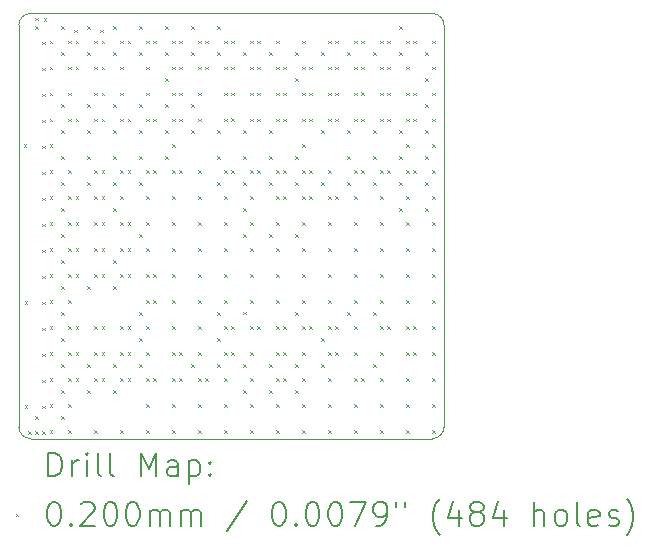
<source format=gbr>
%FSLAX45Y45*%
G04 Gerber Fmt 4.5, Leading zero omitted, Abs format (unit mm)*
G04 Created by KiCad (PCBNEW 5.99.0-unknown-dd5676f4bc~131~ubuntu20.04.1) date 2021-08-08 04:38:11*
%MOMM*%
%LPD*%
G01*
G04 APERTURE LIST*
%TA.AperFunction,Profile*%
%ADD10C,0.050000*%
%TD*%
%ADD11C,0.200000*%
%ADD12C,0.020000*%
G04 APERTURE END LIST*
D10*
X6000000Y-9500000D02*
X6000000Y-6100000D01*
X6100000Y-6000000D02*
G75*
G03*
X6000000Y-6100000I0J-100000D01*
G01*
X6000000Y-9500000D02*
G75*
G03*
X6100000Y-9600000I100000J0D01*
G01*
X9600000Y-9500000D02*
X9600000Y-6100000D01*
X9500000Y-9600000D02*
G75*
G03*
X9600000Y-9500000I0J100000D01*
G01*
X9600000Y-6100000D02*
G75*
G03*
X9500000Y-6000000I-100000J0D01*
G01*
X9500000Y-6000000D02*
X6100000Y-6000000D01*
X6100000Y-9600000D02*
X9500000Y-9600000D01*
D11*
D12*
X6040000Y-7110000D02*
X6060000Y-7130000D01*
X6060000Y-7110000D02*
X6040000Y-7130000D01*
X6049749Y-8437393D02*
X6069749Y-8457393D01*
X6069749Y-8437393D02*
X6049749Y-8457393D01*
X6049749Y-9317393D02*
X6069749Y-9337393D01*
X6069749Y-9317393D02*
X6049749Y-9337393D01*
X6080000Y-9540000D02*
X6100000Y-9560000D01*
X6100000Y-9540000D02*
X6080000Y-9560000D01*
X6140000Y-6040000D02*
X6160000Y-6060000D01*
X6160000Y-6040000D02*
X6140000Y-6060000D01*
X6140000Y-6110000D02*
X6160000Y-6130000D01*
X6160000Y-6110000D02*
X6140000Y-6130000D01*
X6140000Y-9410000D02*
X6160000Y-9430000D01*
X6160000Y-9410000D02*
X6140000Y-9430000D01*
X6140000Y-9540000D02*
X6160000Y-9560000D01*
X6160000Y-9540000D02*
X6140000Y-9560000D01*
X6200000Y-6240000D02*
X6220000Y-6260000D01*
X6220000Y-6240000D02*
X6200000Y-6260000D01*
X6200000Y-6460000D02*
X6220000Y-6480000D01*
X6220000Y-6460000D02*
X6200000Y-6480000D01*
X6200000Y-6680000D02*
X6220000Y-6700000D01*
X6220000Y-6680000D02*
X6200000Y-6700000D01*
X6200000Y-6900000D02*
X6220000Y-6920000D01*
X6220000Y-6900000D02*
X6200000Y-6920000D01*
X6200000Y-7120000D02*
X6220000Y-7140000D01*
X6220000Y-7120000D02*
X6200000Y-7140000D01*
X6200000Y-7340000D02*
X6220000Y-7360000D01*
X6220000Y-7340000D02*
X6200000Y-7360000D01*
X6200000Y-7560000D02*
X6220000Y-7580000D01*
X6220000Y-7560000D02*
X6200000Y-7580000D01*
X6200000Y-7780000D02*
X6220000Y-7800000D01*
X6220000Y-7780000D02*
X6200000Y-7800000D01*
X6200000Y-8000000D02*
X6220000Y-8020000D01*
X6220000Y-8000000D02*
X6200000Y-8020000D01*
X6200000Y-8220000D02*
X6220000Y-8240000D01*
X6220000Y-8220000D02*
X6200000Y-8240000D01*
X6200000Y-8440000D02*
X6220000Y-8460000D01*
X6220000Y-8440000D02*
X6200000Y-8460000D01*
X6200000Y-8660000D02*
X6220000Y-8680000D01*
X6220000Y-8660000D02*
X6200000Y-8680000D01*
X6200000Y-8880000D02*
X6220000Y-8900000D01*
X6220000Y-8880000D02*
X6200000Y-8900000D01*
X6200000Y-9100000D02*
X6220000Y-9120000D01*
X6220000Y-9100000D02*
X6200000Y-9120000D01*
X6200000Y-9320000D02*
X6220000Y-9340000D01*
X6220000Y-9320000D02*
X6200000Y-9340000D01*
X6200000Y-9540000D02*
X6220000Y-9560000D01*
X6220000Y-9540000D02*
X6200000Y-9560000D01*
X6210000Y-6040321D02*
X6230000Y-6060321D01*
X6230000Y-6040321D02*
X6210000Y-6060321D01*
X6260000Y-6230000D02*
X6280000Y-6250000D01*
X6280000Y-6230000D02*
X6260000Y-6250000D01*
X6260000Y-6450000D02*
X6280000Y-6470000D01*
X6280000Y-6450000D02*
X6260000Y-6470000D01*
X6260000Y-6670000D02*
X6280000Y-6690000D01*
X6280000Y-6670000D02*
X6260000Y-6690000D01*
X6260000Y-6890000D02*
X6280000Y-6910000D01*
X6280000Y-6890000D02*
X6260000Y-6910000D01*
X6260000Y-7110000D02*
X6280000Y-7130000D01*
X6280000Y-7110000D02*
X6260000Y-7130000D01*
X6260000Y-7330000D02*
X6280000Y-7350000D01*
X6280000Y-7330000D02*
X6260000Y-7350000D01*
X6260000Y-7550000D02*
X6280000Y-7570000D01*
X6280000Y-7550000D02*
X6260000Y-7570000D01*
X6260000Y-7770000D02*
X6280000Y-7790000D01*
X6280000Y-7770000D02*
X6260000Y-7790000D01*
X6260000Y-7990000D02*
X6280000Y-8010000D01*
X6280000Y-7990000D02*
X6260000Y-8010000D01*
X6260000Y-8210000D02*
X6280000Y-8230000D01*
X6280000Y-8210000D02*
X6260000Y-8230000D01*
X6260000Y-8430000D02*
X6280000Y-8450000D01*
X6280000Y-8430000D02*
X6260000Y-8450000D01*
X6260000Y-8650000D02*
X6280000Y-8670000D01*
X6280000Y-8650000D02*
X6260000Y-8670000D01*
X6260000Y-8870000D02*
X6280000Y-8890000D01*
X6280000Y-8870000D02*
X6260000Y-8890000D01*
X6260000Y-9090000D02*
X6280000Y-9110000D01*
X6280000Y-9090000D02*
X6260000Y-9110000D01*
X6260000Y-9310000D02*
X6280000Y-9330000D01*
X6280000Y-9310000D02*
X6260000Y-9330000D01*
X6260000Y-9530000D02*
X6280000Y-9550000D01*
X6280000Y-9530000D02*
X6260000Y-9550000D01*
X6360000Y-6110000D02*
X6380000Y-6130000D01*
X6380000Y-6110000D02*
X6360000Y-6130000D01*
X6360000Y-6330000D02*
X6380000Y-6350000D01*
X6380000Y-6330000D02*
X6360000Y-6350000D01*
X6360000Y-6770000D02*
X6380000Y-6790000D01*
X6380000Y-6770000D02*
X6360000Y-6790000D01*
X6360000Y-6990000D02*
X6380000Y-7010000D01*
X6380000Y-6990000D02*
X6360000Y-7010000D01*
X6360000Y-7210000D02*
X6380000Y-7230000D01*
X6380000Y-7210000D02*
X6360000Y-7230000D01*
X6360000Y-7430000D02*
X6380000Y-7450000D01*
X6380000Y-7430000D02*
X6360000Y-7450000D01*
X6360000Y-7650000D02*
X6380000Y-7670000D01*
X6380000Y-7650000D02*
X6360000Y-7670000D01*
X6360000Y-7870000D02*
X6380000Y-7890000D01*
X6380000Y-7870000D02*
X6360000Y-7890000D01*
X6360000Y-8090000D02*
X6380000Y-8110000D01*
X6380000Y-8090000D02*
X6360000Y-8110000D01*
X6360000Y-8310000D02*
X6380000Y-8330000D01*
X6380000Y-8310000D02*
X6360000Y-8330000D01*
X6360000Y-8530000D02*
X6380000Y-8550000D01*
X6380000Y-8530000D02*
X6360000Y-8550000D01*
X6360000Y-8750000D02*
X6380000Y-8770000D01*
X6380000Y-8750000D02*
X6360000Y-8770000D01*
X6360000Y-8970000D02*
X6380000Y-8990000D01*
X6380000Y-8970000D02*
X6360000Y-8990000D01*
X6360000Y-9190000D02*
X6380000Y-9210000D01*
X6380000Y-9190000D02*
X6360000Y-9210000D01*
X6360000Y-9410000D02*
X6380000Y-9430000D01*
X6380000Y-9410000D02*
X6360000Y-9430000D01*
X6420000Y-6230000D02*
X6440000Y-6250000D01*
X6440000Y-6230000D02*
X6420000Y-6250000D01*
X6420000Y-6450000D02*
X6440000Y-6470000D01*
X6440000Y-6450000D02*
X6420000Y-6470000D01*
X6420000Y-6670000D02*
X6440000Y-6690000D01*
X6440000Y-6670000D02*
X6420000Y-6690000D01*
X6420000Y-6890000D02*
X6440000Y-6910000D01*
X6440000Y-6890000D02*
X6420000Y-6910000D01*
X6420000Y-7330000D02*
X6440000Y-7350000D01*
X6440000Y-7330000D02*
X6420000Y-7350000D01*
X6420000Y-7550000D02*
X6440000Y-7570000D01*
X6440000Y-7550000D02*
X6420000Y-7570000D01*
X6420000Y-7770000D02*
X6440000Y-7790000D01*
X6440000Y-7770000D02*
X6420000Y-7790000D01*
X6420000Y-7990000D02*
X6440000Y-8010000D01*
X6440000Y-7990000D02*
X6420000Y-8010000D01*
X6420000Y-8210000D02*
X6440000Y-8230000D01*
X6440000Y-8210000D02*
X6420000Y-8230000D01*
X6420000Y-8430000D02*
X6440000Y-8450000D01*
X6440000Y-8430000D02*
X6420000Y-8450000D01*
X6420000Y-8650000D02*
X6440000Y-8670000D01*
X6440000Y-8650000D02*
X6420000Y-8670000D01*
X6420000Y-8870000D02*
X6440000Y-8890000D01*
X6440000Y-8870000D02*
X6420000Y-8890000D01*
X6420000Y-9090000D02*
X6440000Y-9110000D01*
X6440000Y-9090000D02*
X6420000Y-9110000D01*
X6420000Y-9310000D02*
X6440000Y-9330000D01*
X6440000Y-9310000D02*
X6420000Y-9330000D01*
X6420000Y-9530000D02*
X6440000Y-9550000D01*
X6440000Y-9530000D02*
X6420000Y-9550000D01*
X6470000Y-6140000D02*
X6490000Y-6160000D01*
X6490000Y-6140000D02*
X6470000Y-6160000D01*
X6480000Y-6230000D02*
X6500000Y-6250000D01*
X6500000Y-6230000D02*
X6480000Y-6250000D01*
X6480000Y-6450000D02*
X6500000Y-6470000D01*
X6500000Y-6450000D02*
X6480000Y-6470000D01*
X6480000Y-6890000D02*
X6500000Y-6910000D01*
X6500000Y-6890000D02*
X6480000Y-6910000D01*
X6480000Y-7550000D02*
X6500000Y-7570000D01*
X6500000Y-7550000D02*
X6480000Y-7570000D01*
X6480000Y-7770000D02*
X6500000Y-7790000D01*
X6500000Y-7770000D02*
X6480000Y-7790000D01*
X6480000Y-7990000D02*
X6500000Y-8010000D01*
X6500000Y-7990000D02*
X6480000Y-8010000D01*
X6480000Y-8210000D02*
X6500000Y-8230000D01*
X6500000Y-8210000D02*
X6480000Y-8230000D01*
X6480000Y-8650000D02*
X6500000Y-8670000D01*
X6500000Y-8650000D02*
X6480000Y-8670000D01*
X6480000Y-8870000D02*
X6500000Y-8890000D01*
X6500000Y-8870000D02*
X6480000Y-8890000D01*
X6480000Y-9090000D02*
X6500000Y-9110000D01*
X6500000Y-9090000D02*
X6480000Y-9110000D01*
X6580000Y-6110000D02*
X6600000Y-6130000D01*
X6600000Y-6110000D02*
X6580000Y-6130000D01*
X6580000Y-6330000D02*
X6600000Y-6350000D01*
X6600000Y-6330000D02*
X6580000Y-6350000D01*
X6580000Y-6770000D02*
X6600000Y-6790000D01*
X6600000Y-6770000D02*
X6580000Y-6790000D01*
X6580000Y-6990000D02*
X6600000Y-7010000D01*
X6600000Y-6990000D02*
X6580000Y-7010000D01*
X6580000Y-7210000D02*
X6600000Y-7230000D01*
X6600000Y-7210000D02*
X6580000Y-7230000D01*
X6580000Y-7430000D02*
X6600000Y-7450000D01*
X6600000Y-7430000D02*
X6580000Y-7450000D01*
X6580000Y-8310000D02*
X6600000Y-8330000D01*
X6600000Y-8310000D02*
X6580000Y-8330000D01*
X6580000Y-8970000D02*
X6600000Y-8990000D01*
X6600000Y-8970000D02*
X6580000Y-8990000D01*
X6580000Y-9190000D02*
X6600000Y-9210000D01*
X6600000Y-9190000D02*
X6580000Y-9210000D01*
X6640000Y-6230000D02*
X6660000Y-6250000D01*
X6660000Y-6230000D02*
X6640000Y-6250000D01*
X6640000Y-6450000D02*
X6660000Y-6470000D01*
X6660000Y-6450000D02*
X6640000Y-6470000D01*
X6640000Y-6670000D02*
X6660000Y-6690000D01*
X6660000Y-6670000D02*
X6640000Y-6690000D01*
X6640000Y-6890000D02*
X6660000Y-6910000D01*
X6660000Y-6890000D02*
X6640000Y-6910000D01*
X6640000Y-7330000D02*
X6660000Y-7350000D01*
X6660000Y-7330000D02*
X6640000Y-7350000D01*
X6640000Y-7550000D02*
X6660000Y-7570000D01*
X6660000Y-7550000D02*
X6640000Y-7570000D01*
X6640000Y-7770000D02*
X6660000Y-7790000D01*
X6660000Y-7770000D02*
X6640000Y-7790000D01*
X6640000Y-7990000D02*
X6660000Y-8010000D01*
X6660000Y-7990000D02*
X6640000Y-8010000D01*
X6640000Y-8210000D02*
X6660000Y-8230000D01*
X6660000Y-8210000D02*
X6640000Y-8230000D01*
X6640000Y-8650000D02*
X6660000Y-8670000D01*
X6660000Y-8650000D02*
X6640000Y-8670000D01*
X6640000Y-8870000D02*
X6660000Y-8890000D01*
X6660000Y-8870000D02*
X6640000Y-8890000D01*
X6640000Y-9090000D02*
X6660000Y-9110000D01*
X6660000Y-9090000D02*
X6640000Y-9110000D01*
X6640000Y-9530000D02*
X6660000Y-9550000D01*
X6660000Y-9530000D02*
X6640000Y-9550000D01*
X6690000Y-6140000D02*
X6710000Y-6160000D01*
X6710000Y-6140000D02*
X6690000Y-6160000D01*
X6700000Y-6230000D02*
X6720000Y-6250000D01*
X6720000Y-6230000D02*
X6700000Y-6250000D01*
X6700000Y-6450000D02*
X6720000Y-6470000D01*
X6720000Y-6450000D02*
X6700000Y-6470000D01*
X6700000Y-6670000D02*
X6720000Y-6690000D01*
X6720000Y-6670000D02*
X6700000Y-6690000D01*
X6700000Y-6890000D02*
X6720000Y-6910000D01*
X6720000Y-6890000D02*
X6700000Y-6910000D01*
X6700000Y-7330000D02*
X6720000Y-7350000D01*
X6720000Y-7330000D02*
X6700000Y-7350000D01*
X6700000Y-7550000D02*
X6720000Y-7570000D01*
X6720000Y-7550000D02*
X6700000Y-7570000D01*
X6700000Y-7770000D02*
X6720000Y-7790000D01*
X6720000Y-7770000D02*
X6700000Y-7790000D01*
X6700000Y-7990000D02*
X6720000Y-8010000D01*
X6720000Y-7990000D02*
X6700000Y-8010000D01*
X6700000Y-8210000D02*
X6720000Y-8230000D01*
X6720000Y-8210000D02*
X6700000Y-8230000D01*
X6700000Y-8650000D02*
X6720000Y-8670000D01*
X6720000Y-8650000D02*
X6700000Y-8670000D01*
X6700000Y-8870000D02*
X6720000Y-8890000D01*
X6720000Y-8870000D02*
X6700000Y-8890000D01*
X6700000Y-9090000D02*
X6720000Y-9110000D01*
X6720000Y-9090000D02*
X6700000Y-9110000D01*
X6800000Y-6110000D02*
X6820000Y-6130000D01*
X6820000Y-6110000D02*
X6800000Y-6130000D01*
X6800000Y-6330000D02*
X6820000Y-6350000D01*
X6820000Y-6330000D02*
X6800000Y-6350000D01*
X6800000Y-6769243D02*
X6820000Y-6789243D01*
X6820000Y-6769243D02*
X6800000Y-6789243D01*
X6800000Y-6990000D02*
X6820000Y-7010000D01*
X6820000Y-6990000D02*
X6800000Y-7010000D01*
X6800000Y-7210000D02*
X6820000Y-7230000D01*
X6820000Y-7210000D02*
X6800000Y-7230000D01*
X6800000Y-7430000D02*
X6820000Y-7450000D01*
X6820000Y-7430000D02*
X6800000Y-7450000D01*
X6800000Y-7650000D02*
X6820000Y-7670000D01*
X6820000Y-7650000D02*
X6800000Y-7670000D01*
X6800000Y-8090000D02*
X6820000Y-8110000D01*
X6820000Y-8090000D02*
X6800000Y-8110000D01*
X6800000Y-8310000D02*
X6820000Y-8330000D01*
X6820000Y-8310000D02*
X6800000Y-8330000D01*
X6800000Y-8970000D02*
X6820000Y-8990000D01*
X6820000Y-8970000D02*
X6800000Y-8990000D01*
X6800000Y-9190000D02*
X6820000Y-9210000D01*
X6820000Y-9190000D02*
X6800000Y-9210000D01*
X6860000Y-6230000D02*
X6880000Y-6250000D01*
X6880000Y-6230000D02*
X6860000Y-6250000D01*
X6860000Y-6450000D02*
X6880000Y-6470000D01*
X6880000Y-6450000D02*
X6860000Y-6470000D01*
X6860000Y-6670000D02*
X6880000Y-6690000D01*
X6880000Y-6670000D02*
X6860000Y-6690000D01*
X6860000Y-6890000D02*
X6880000Y-6910000D01*
X6880000Y-6890000D02*
X6860000Y-6910000D01*
X6860000Y-7330000D02*
X6880000Y-7350000D01*
X6880000Y-7330000D02*
X6860000Y-7350000D01*
X6860000Y-7550000D02*
X6880000Y-7570000D01*
X6880000Y-7550000D02*
X6860000Y-7570000D01*
X6860000Y-7770000D02*
X6880000Y-7790000D01*
X6880000Y-7770000D02*
X6860000Y-7790000D01*
X6860000Y-7990000D02*
X6880000Y-8010000D01*
X6880000Y-7990000D02*
X6860000Y-8010000D01*
X6860000Y-8210000D02*
X6880000Y-8230000D01*
X6880000Y-8210000D02*
X6860000Y-8230000D01*
X6860000Y-8650000D02*
X6880000Y-8670000D01*
X6880000Y-8650000D02*
X6860000Y-8670000D01*
X6860000Y-8870000D02*
X6880000Y-8890000D01*
X6880000Y-8870000D02*
X6860000Y-8890000D01*
X6860000Y-9090000D02*
X6880000Y-9110000D01*
X6880000Y-9090000D02*
X6860000Y-9110000D01*
X6860000Y-9530000D02*
X6880000Y-9550000D01*
X6880000Y-9530000D02*
X6860000Y-9550000D01*
X6920000Y-6230000D02*
X6940000Y-6250000D01*
X6940000Y-6230000D02*
X6920000Y-6250000D01*
X6920000Y-6890000D02*
X6940000Y-6910000D01*
X6940000Y-6890000D02*
X6920000Y-6910000D01*
X6920000Y-7330000D02*
X6940000Y-7350000D01*
X6940000Y-7330000D02*
X6920000Y-7350000D01*
X6920000Y-7770000D02*
X6940000Y-7790000D01*
X6940000Y-7770000D02*
X6920000Y-7790000D01*
X6920000Y-7990000D02*
X6940000Y-8010000D01*
X6940000Y-7990000D02*
X6920000Y-8010000D01*
X6920000Y-8210000D02*
X6940000Y-8230000D01*
X6940000Y-8210000D02*
X6920000Y-8230000D01*
X6920000Y-8650000D02*
X6940000Y-8670000D01*
X6940000Y-8650000D02*
X6920000Y-8670000D01*
X6920000Y-8870000D02*
X6940000Y-8890000D01*
X6940000Y-8870000D02*
X6920000Y-8890000D01*
X6920000Y-9090000D02*
X6940000Y-9110000D01*
X6940000Y-9090000D02*
X6920000Y-9110000D01*
X7020000Y-6110000D02*
X7040000Y-6130000D01*
X7040000Y-6110000D02*
X7020000Y-6130000D01*
X7020000Y-6330000D02*
X7040000Y-6350000D01*
X7040000Y-6330000D02*
X7020000Y-6350000D01*
X7020000Y-6770000D02*
X7040000Y-6790000D01*
X7040000Y-6770000D02*
X7020000Y-6790000D01*
X7020000Y-6990000D02*
X7040000Y-7010000D01*
X7040000Y-6990000D02*
X7020000Y-7010000D01*
X7020000Y-7210000D02*
X7040000Y-7230000D01*
X7040000Y-7210000D02*
X7020000Y-7230000D01*
X7020000Y-7430000D02*
X7040000Y-7450000D01*
X7040000Y-7430000D02*
X7020000Y-7450000D01*
X7020000Y-7870000D02*
X7040000Y-7890000D01*
X7040000Y-7870000D02*
X7020000Y-7890000D01*
X7020000Y-8530000D02*
X7040000Y-8550000D01*
X7040000Y-8530000D02*
X7020000Y-8550000D01*
X7020000Y-8750000D02*
X7040000Y-8770000D01*
X7040000Y-8750000D02*
X7020000Y-8770000D01*
X7020000Y-8970000D02*
X7040000Y-8990000D01*
X7040000Y-8970000D02*
X7020000Y-8990000D01*
X7080000Y-6230000D02*
X7100000Y-6250000D01*
X7100000Y-6230000D02*
X7080000Y-6250000D01*
X7080000Y-6450000D02*
X7100000Y-6470000D01*
X7100000Y-6450000D02*
X7080000Y-6470000D01*
X7080000Y-6670000D02*
X7100000Y-6690000D01*
X7100000Y-6670000D02*
X7080000Y-6690000D01*
X7080000Y-6890000D02*
X7100000Y-6910000D01*
X7100000Y-6890000D02*
X7080000Y-6910000D01*
X7080000Y-7330000D02*
X7100000Y-7350000D01*
X7100000Y-7330000D02*
X7080000Y-7350000D01*
X7080000Y-7550000D02*
X7100000Y-7570000D01*
X7100000Y-7550000D02*
X7080000Y-7570000D01*
X7080000Y-7770000D02*
X7100000Y-7790000D01*
X7100000Y-7770000D02*
X7080000Y-7790000D01*
X7080000Y-7990000D02*
X7100000Y-8010000D01*
X7100000Y-7990000D02*
X7080000Y-8010000D01*
X7080000Y-8210000D02*
X7100000Y-8230000D01*
X7100000Y-8210000D02*
X7080000Y-8230000D01*
X7080000Y-8430000D02*
X7100000Y-8450000D01*
X7100000Y-8430000D02*
X7080000Y-8450000D01*
X7080000Y-8650000D02*
X7100000Y-8670000D01*
X7100000Y-8650000D02*
X7080000Y-8670000D01*
X7080000Y-8870000D02*
X7100000Y-8890000D01*
X7100000Y-8870000D02*
X7080000Y-8890000D01*
X7080000Y-9090000D02*
X7100000Y-9110000D01*
X7100000Y-9090000D02*
X7080000Y-9110000D01*
X7080000Y-9310000D02*
X7100000Y-9330000D01*
X7100000Y-9310000D02*
X7080000Y-9330000D01*
X7080000Y-9530000D02*
X7100000Y-9550000D01*
X7100000Y-9530000D02*
X7080000Y-9550000D01*
X7140000Y-6230000D02*
X7160000Y-6250000D01*
X7160000Y-6230000D02*
X7140000Y-6250000D01*
X7140000Y-6890000D02*
X7160000Y-6910000D01*
X7160000Y-6890000D02*
X7140000Y-6910000D01*
X7140000Y-7330000D02*
X7160000Y-7350000D01*
X7160000Y-7330000D02*
X7140000Y-7350000D01*
X7140000Y-8210000D02*
X7160000Y-8230000D01*
X7160000Y-8210000D02*
X7140000Y-8230000D01*
X7140000Y-8430000D02*
X7160000Y-8450000D01*
X7160000Y-8430000D02*
X7140000Y-8450000D01*
X7140000Y-9090000D02*
X7160000Y-9110000D01*
X7160000Y-9090000D02*
X7140000Y-9110000D01*
X7240000Y-6110000D02*
X7260000Y-6130000D01*
X7260000Y-6110000D02*
X7240000Y-6130000D01*
X7240000Y-6330000D02*
X7260000Y-6350000D01*
X7260000Y-6330000D02*
X7240000Y-6350000D01*
X7240000Y-6550000D02*
X7260000Y-6570000D01*
X7260000Y-6550000D02*
X7240000Y-6570000D01*
X7240000Y-6770000D02*
X7260000Y-6790000D01*
X7260000Y-6770000D02*
X7240000Y-6790000D01*
X7240000Y-6990000D02*
X7260000Y-7010000D01*
X7260000Y-6990000D02*
X7240000Y-7010000D01*
X7240000Y-7210000D02*
X7260000Y-7230000D01*
X7260000Y-7210000D02*
X7240000Y-7230000D01*
X7300000Y-6230000D02*
X7320000Y-6250000D01*
X7320000Y-6230000D02*
X7300000Y-6250000D01*
X7300000Y-6450000D02*
X7320000Y-6470000D01*
X7320000Y-6450000D02*
X7300000Y-6470000D01*
X7300000Y-6670000D02*
X7320000Y-6690000D01*
X7320000Y-6670000D02*
X7300000Y-6690000D01*
X7300000Y-6890000D02*
X7320000Y-6910000D01*
X7320000Y-6890000D02*
X7300000Y-6910000D01*
X7300000Y-7110000D02*
X7320000Y-7130000D01*
X7320000Y-7110000D02*
X7300000Y-7130000D01*
X7300000Y-7330000D02*
X7320000Y-7350000D01*
X7320000Y-7330000D02*
X7300000Y-7350000D01*
X7300000Y-7550000D02*
X7320000Y-7570000D01*
X7320000Y-7550000D02*
X7300000Y-7570000D01*
X7300000Y-7770000D02*
X7320000Y-7790000D01*
X7320000Y-7770000D02*
X7300000Y-7790000D01*
X7300000Y-7990000D02*
X7320000Y-8010000D01*
X7320000Y-7990000D02*
X7300000Y-8010000D01*
X7300000Y-8210000D02*
X7320000Y-8230000D01*
X7320000Y-8210000D02*
X7300000Y-8230000D01*
X7300000Y-8430000D02*
X7320000Y-8450000D01*
X7320000Y-8430000D02*
X7300000Y-8450000D01*
X7300000Y-8650000D02*
X7320000Y-8670000D01*
X7320000Y-8650000D02*
X7300000Y-8670000D01*
X7300000Y-8870000D02*
X7320000Y-8890000D01*
X7320000Y-8870000D02*
X7300000Y-8890000D01*
X7300000Y-9090000D02*
X7320000Y-9110000D01*
X7320000Y-9090000D02*
X7300000Y-9110000D01*
X7300000Y-9310000D02*
X7320000Y-9330000D01*
X7320000Y-9310000D02*
X7300000Y-9330000D01*
X7300000Y-9530000D02*
X7320000Y-9550000D01*
X7320000Y-9530000D02*
X7300000Y-9550000D01*
X7360000Y-6230000D02*
X7380000Y-6250000D01*
X7380000Y-6230000D02*
X7360000Y-6250000D01*
X7360000Y-6450000D02*
X7380000Y-6470000D01*
X7380000Y-6450000D02*
X7360000Y-6470000D01*
X7360000Y-6670000D02*
X7380000Y-6690000D01*
X7380000Y-6670000D02*
X7360000Y-6690000D01*
X7360000Y-6890000D02*
X7380000Y-6910000D01*
X7380000Y-6890000D02*
X7360000Y-6910000D01*
X7360000Y-7330000D02*
X7380000Y-7350000D01*
X7380000Y-7330000D02*
X7360000Y-7350000D01*
X7360000Y-8870000D02*
X7380000Y-8890000D01*
X7380000Y-8870000D02*
X7360000Y-8890000D01*
X7360000Y-9090000D02*
X7380000Y-9110000D01*
X7380000Y-9090000D02*
X7360000Y-9110000D01*
X7460000Y-6110000D02*
X7480000Y-6130000D01*
X7480000Y-6110000D02*
X7460000Y-6130000D01*
X7460000Y-6330000D02*
X7480000Y-6350000D01*
X7480000Y-6330000D02*
X7460000Y-6350000D01*
X7460000Y-6770000D02*
X7480000Y-6790000D01*
X7480000Y-6770000D02*
X7460000Y-6790000D01*
X7460000Y-6990000D02*
X7480000Y-7010000D01*
X7480000Y-6990000D02*
X7460000Y-7010000D01*
X7460000Y-8970000D02*
X7480000Y-8990000D01*
X7480000Y-8970000D02*
X7460000Y-8990000D01*
X7520000Y-6230000D02*
X7540000Y-6250000D01*
X7540000Y-6230000D02*
X7520000Y-6250000D01*
X7520000Y-6450000D02*
X7540000Y-6470000D01*
X7540000Y-6450000D02*
X7520000Y-6470000D01*
X7520000Y-6670000D02*
X7540000Y-6690000D01*
X7540000Y-6670000D02*
X7520000Y-6690000D01*
X7520000Y-6890000D02*
X7540000Y-6910000D01*
X7540000Y-6890000D02*
X7520000Y-6910000D01*
X7520000Y-7330000D02*
X7540000Y-7350000D01*
X7540000Y-7330000D02*
X7520000Y-7350000D01*
X7520000Y-7550000D02*
X7540000Y-7570000D01*
X7540000Y-7550000D02*
X7520000Y-7570000D01*
X7520000Y-7770000D02*
X7540000Y-7790000D01*
X7540000Y-7770000D02*
X7520000Y-7790000D01*
X7520000Y-7990000D02*
X7540000Y-8010000D01*
X7540000Y-7990000D02*
X7520000Y-8010000D01*
X7520000Y-8210000D02*
X7540000Y-8230000D01*
X7540000Y-8210000D02*
X7520000Y-8230000D01*
X7520000Y-8430000D02*
X7540000Y-8450000D01*
X7540000Y-8430000D02*
X7520000Y-8450000D01*
X7520000Y-8650000D02*
X7540000Y-8670000D01*
X7540000Y-8650000D02*
X7520000Y-8670000D01*
X7520000Y-8870000D02*
X7540000Y-8890000D01*
X7540000Y-8870000D02*
X7520000Y-8890000D01*
X7520000Y-9090000D02*
X7540000Y-9110000D01*
X7540000Y-9090000D02*
X7520000Y-9110000D01*
X7520000Y-9310000D02*
X7540000Y-9330000D01*
X7540000Y-9310000D02*
X7520000Y-9330000D01*
X7520000Y-9530000D02*
X7540000Y-9550000D01*
X7540000Y-9530000D02*
X7520000Y-9550000D01*
X7580000Y-6230000D02*
X7600000Y-6250000D01*
X7600000Y-6230000D02*
X7580000Y-6250000D01*
X7580000Y-6450000D02*
X7600000Y-6470000D01*
X7600000Y-6450000D02*
X7580000Y-6470000D01*
X7580000Y-9090000D02*
X7600000Y-9110000D01*
X7600000Y-9090000D02*
X7580000Y-9110000D01*
X7680000Y-6110000D02*
X7700000Y-6130000D01*
X7700000Y-6110000D02*
X7680000Y-6130000D01*
X7680000Y-6330000D02*
X7700000Y-6350000D01*
X7700000Y-6330000D02*
X7680000Y-6350000D01*
X7680000Y-6990000D02*
X7700000Y-7010000D01*
X7700000Y-6990000D02*
X7680000Y-7010000D01*
X7680000Y-7210000D02*
X7700000Y-7230000D01*
X7700000Y-7210000D02*
X7680000Y-7230000D01*
X7680000Y-7430000D02*
X7700000Y-7450000D01*
X7700000Y-7430000D02*
X7680000Y-7450000D01*
X7680000Y-8530000D02*
X7700000Y-8550000D01*
X7700000Y-8530000D02*
X7680000Y-8550000D01*
X7680000Y-8750000D02*
X7700000Y-8770000D01*
X7700000Y-8750000D02*
X7680000Y-8770000D01*
X7680000Y-8970000D02*
X7700000Y-8990000D01*
X7700000Y-8970000D02*
X7680000Y-8990000D01*
X7740000Y-6230000D02*
X7760000Y-6250000D01*
X7760000Y-6230000D02*
X7740000Y-6250000D01*
X7740000Y-6450000D02*
X7760000Y-6470000D01*
X7760000Y-6450000D02*
X7740000Y-6470000D01*
X7740000Y-6670000D02*
X7760000Y-6690000D01*
X7760000Y-6670000D02*
X7740000Y-6690000D01*
X7740000Y-6890000D02*
X7760000Y-6910000D01*
X7760000Y-6890000D02*
X7740000Y-6910000D01*
X7740000Y-7330000D02*
X7760000Y-7350000D01*
X7760000Y-7330000D02*
X7740000Y-7350000D01*
X7740000Y-7550000D02*
X7760000Y-7570000D01*
X7760000Y-7550000D02*
X7740000Y-7570000D01*
X7740000Y-7770000D02*
X7760000Y-7790000D01*
X7760000Y-7770000D02*
X7740000Y-7790000D01*
X7740000Y-7990000D02*
X7760000Y-8010000D01*
X7760000Y-7990000D02*
X7740000Y-8010000D01*
X7740000Y-8210000D02*
X7760000Y-8230000D01*
X7760000Y-8210000D02*
X7740000Y-8230000D01*
X7740000Y-8430000D02*
X7760000Y-8450000D01*
X7760000Y-8430000D02*
X7740000Y-8450000D01*
X7740000Y-8650000D02*
X7760000Y-8670000D01*
X7760000Y-8650000D02*
X7740000Y-8670000D01*
X7740000Y-8870000D02*
X7760000Y-8890000D01*
X7760000Y-8870000D02*
X7740000Y-8890000D01*
X7740000Y-9090000D02*
X7760000Y-9110000D01*
X7760000Y-9090000D02*
X7740000Y-9110000D01*
X7740000Y-9310000D02*
X7760000Y-9330000D01*
X7760000Y-9310000D02*
X7740000Y-9330000D01*
X7740000Y-9530000D02*
X7760000Y-9550000D01*
X7760000Y-9530000D02*
X7740000Y-9550000D01*
X7799842Y-6889842D02*
X7819842Y-6909842D01*
X7819842Y-6889842D02*
X7799842Y-6909842D01*
X7800000Y-6230000D02*
X7820000Y-6250000D01*
X7820000Y-6230000D02*
X7800000Y-6250000D01*
X7800000Y-6450000D02*
X7820000Y-6470000D01*
X7820000Y-6450000D02*
X7800000Y-6470000D01*
X7800000Y-6670000D02*
X7820000Y-6690000D01*
X7820000Y-6670000D02*
X7800000Y-6690000D01*
X7800000Y-7330000D02*
X7820000Y-7350000D01*
X7820000Y-7330000D02*
X7800000Y-7350000D01*
X7800000Y-8650000D02*
X7820000Y-8670000D01*
X7820000Y-8650000D02*
X7800000Y-8670000D01*
X7800000Y-8870000D02*
X7820000Y-8890000D01*
X7820000Y-8870000D02*
X7800000Y-8890000D01*
X7900000Y-6330000D02*
X7920000Y-6350000D01*
X7920000Y-6330000D02*
X7900000Y-6350000D01*
X7900000Y-6990000D02*
X7920000Y-7010000D01*
X7920000Y-6990000D02*
X7900000Y-7010000D01*
X7900000Y-7210000D02*
X7920000Y-7230000D01*
X7920000Y-7210000D02*
X7900000Y-7230000D01*
X7900000Y-7430000D02*
X7920000Y-7450000D01*
X7920000Y-7430000D02*
X7900000Y-7450000D01*
X7900000Y-7650000D02*
X7920000Y-7670000D01*
X7920000Y-7650000D02*
X7900000Y-7670000D01*
X7900000Y-7870000D02*
X7920000Y-7890000D01*
X7920000Y-7870000D02*
X7900000Y-7890000D01*
X7900000Y-8525000D02*
X7920000Y-8545000D01*
X7920000Y-8525000D02*
X7900000Y-8545000D01*
X7900000Y-8970000D02*
X7920000Y-8990000D01*
X7920000Y-8970000D02*
X7900000Y-8990000D01*
X7900000Y-9190000D02*
X7920000Y-9210000D01*
X7920000Y-9190000D02*
X7900000Y-9210000D01*
X7960000Y-6230000D02*
X7980000Y-6250000D01*
X7980000Y-6230000D02*
X7960000Y-6250000D01*
X7960000Y-6450000D02*
X7980000Y-6470000D01*
X7980000Y-6450000D02*
X7960000Y-6470000D01*
X7960000Y-6670000D02*
X7980000Y-6690000D01*
X7980000Y-6670000D02*
X7960000Y-6690000D01*
X7960000Y-6890000D02*
X7980000Y-6910000D01*
X7980000Y-6890000D02*
X7960000Y-6910000D01*
X7960000Y-7330000D02*
X7980000Y-7350000D01*
X7980000Y-7330000D02*
X7960000Y-7350000D01*
X7960000Y-7550000D02*
X7980000Y-7570000D01*
X7980000Y-7550000D02*
X7960000Y-7570000D01*
X7960000Y-7770000D02*
X7980000Y-7790000D01*
X7980000Y-7770000D02*
X7960000Y-7790000D01*
X7960000Y-7990000D02*
X7980000Y-8010000D01*
X7980000Y-7990000D02*
X7960000Y-8010000D01*
X7960000Y-8210000D02*
X7980000Y-8230000D01*
X7980000Y-8210000D02*
X7960000Y-8230000D01*
X7960000Y-8430000D02*
X7980000Y-8450000D01*
X7980000Y-8430000D02*
X7960000Y-8450000D01*
X7960000Y-8650000D02*
X7980000Y-8670000D01*
X7980000Y-8650000D02*
X7960000Y-8670000D01*
X7960000Y-8870000D02*
X7980000Y-8890000D01*
X7980000Y-8870000D02*
X7960000Y-8890000D01*
X7960000Y-9090000D02*
X7980000Y-9110000D01*
X7980000Y-9090000D02*
X7960000Y-9110000D01*
X7960000Y-9310000D02*
X7980000Y-9330000D01*
X7980000Y-9310000D02*
X7960000Y-9330000D01*
X7960000Y-9530000D02*
X7980000Y-9550000D01*
X7980000Y-9530000D02*
X7960000Y-9550000D01*
X8020000Y-6230000D02*
X8040000Y-6250000D01*
X8040000Y-6230000D02*
X8020000Y-6250000D01*
X8020000Y-6450000D02*
X8040000Y-6470000D01*
X8040000Y-6450000D02*
X8020000Y-6470000D01*
X8020000Y-6670000D02*
X8040000Y-6690000D01*
X8040000Y-6670000D02*
X8020000Y-6690000D01*
X8020000Y-6890000D02*
X8040000Y-6910000D01*
X8040000Y-6890000D02*
X8020000Y-6910000D01*
X8020000Y-7330000D02*
X8040000Y-7350000D01*
X8040000Y-7330000D02*
X8020000Y-7350000D01*
X8020000Y-8650000D02*
X8040000Y-8670000D01*
X8040000Y-8650000D02*
X8020000Y-8670000D01*
X8120000Y-6330000D02*
X8140000Y-6350000D01*
X8140000Y-6330000D02*
X8120000Y-6350000D01*
X8120000Y-6990000D02*
X8140000Y-7010000D01*
X8140000Y-6990000D02*
X8120000Y-7010000D01*
X8120000Y-7210000D02*
X8140000Y-7230000D01*
X8140000Y-7210000D02*
X8120000Y-7230000D01*
X8120000Y-7430000D02*
X8140000Y-7450000D01*
X8140000Y-7430000D02*
X8120000Y-7450000D01*
X8120000Y-7870000D02*
X8140000Y-7890000D01*
X8140000Y-7870000D02*
X8120000Y-7890000D01*
X8120000Y-8970000D02*
X8140000Y-8990000D01*
X8140000Y-8970000D02*
X8120000Y-8990000D01*
X8120000Y-9190000D02*
X8140000Y-9210000D01*
X8140000Y-9190000D02*
X8120000Y-9210000D01*
X8180000Y-6230000D02*
X8200000Y-6250000D01*
X8200000Y-6230000D02*
X8180000Y-6250000D01*
X8180000Y-6450000D02*
X8200000Y-6470000D01*
X8200000Y-6450000D02*
X8180000Y-6470000D01*
X8180000Y-6670000D02*
X8200000Y-6690000D01*
X8200000Y-6670000D02*
X8180000Y-6690000D01*
X8180000Y-6890000D02*
X8200000Y-6910000D01*
X8200000Y-6890000D02*
X8180000Y-6910000D01*
X8180000Y-7330000D02*
X8200000Y-7350000D01*
X8200000Y-7330000D02*
X8180000Y-7350000D01*
X8180000Y-7550000D02*
X8200000Y-7570000D01*
X8200000Y-7550000D02*
X8180000Y-7570000D01*
X8180000Y-7770000D02*
X8200000Y-7790000D01*
X8200000Y-7770000D02*
X8180000Y-7790000D01*
X8180000Y-7990000D02*
X8200000Y-8010000D01*
X8200000Y-7990000D02*
X8180000Y-8010000D01*
X8180000Y-8210000D02*
X8200000Y-8230000D01*
X8200000Y-8210000D02*
X8180000Y-8230000D01*
X8180000Y-8430000D02*
X8200000Y-8450000D01*
X8200000Y-8430000D02*
X8180000Y-8450000D01*
X8180000Y-8650000D02*
X8200000Y-8670000D01*
X8200000Y-8650000D02*
X8180000Y-8670000D01*
X8180000Y-8870000D02*
X8200000Y-8890000D01*
X8200000Y-8870000D02*
X8180000Y-8890000D01*
X8180000Y-9090000D02*
X8200000Y-9110000D01*
X8200000Y-9090000D02*
X8180000Y-9110000D01*
X8180000Y-9310000D02*
X8200000Y-9330000D01*
X8200000Y-9310000D02*
X8180000Y-9330000D01*
X8180000Y-9530000D02*
X8200000Y-9550000D01*
X8200000Y-9530000D02*
X8180000Y-9550000D01*
X8240000Y-6450000D02*
X8260000Y-6470000D01*
X8260000Y-6450000D02*
X8240000Y-6470000D01*
X8240000Y-6670000D02*
X8260000Y-6690000D01*
X8260000Y-6670000D02*
X8240000Y-6690000D01*
X8240000Y-6890000D02*
X8260000Y-6910000D01*
X8260000Y-6890000D02*
X8240000Y-6910000D01*
X8240000Y-7330000D02*
X8260000Y-7350000D01*
X8260000Y-7330000D02*
X8240000Y-7350000D01*
X8240000Y-7550000D02*
X8260000Y-7570000D01*
X8260000Y-7550000D02*
X8240000Y-7570000D01*
X8240000Y-8650000D02*
X8260000Y-8670000D01*
X8260000Y-8650000D02*
X8240000Y-8670000D01*
X8240000Y-8870000D02*
X8260000Y-8890000D01*
X8260000Y-8870000D02*
X8240000Y-8890000D01*
X8240000Y-9090000D02*
X8260000Y-9110000D01*
X8260000Y-9090000D02*
X8240000Y-9110000D01*
X8340000Y-6330000D02*
X8360000Y-6350000D01*
X8360000Y-6330000D02*
X8340000Y-6350000D01*
X8340000Y-6550000D02*
X8360000Y-6570000D01*
X8360000Y-6550000D02*
X8340000Y-6570000D01*
X8340000Y-7210000D02*
X8360000Y-7230000D01*
X8360000Y-7210000D02*
X8340000Y-7230000D01*
X8340000Y-7430000D02*
X8360000Y-7450000D01*
X8360000Y-7430000D02*
X8340000Y-7450000D01*
X8340000Y-7870000D02*
X8360000Y-7890000D01*
X8360000Y-7870000D02*
X8340000Y-7890000D01*
X8340000Y-8530000D02*
X8360000Y-8550000D01*
X8360000Y-8530000D02*
X8340000Y-8550000D01*
X8340000Y-8970000D02*
X8360000Y-8990000D01*
X8360000Y-8970000D02*
X8340000Y-8990000D01*
X8340000Y-9190000D02*
X8360000Y-9210000D01*
X8360000Y-9190000D02*
X8340000Y-9210000D01*
X8400000Y-6230000D02*
X8420000Y-6250000D01*
X8420000Y-6230000D02*
X8400000Y-6250000D01*
X8400000Y-6450000D02*
X8420000Y-6470000D01*
X8420000Y-6450000D02*
X8400000Y-6470000D01*
X8400000Y-6670000D02*
X8420000Y-6690000D01*
X8420000Y-6670000D02*
X8400000Y-6690000D01*
X8400000Y-6890000D02*
X8420000Y-6910000D01*
X8420000Y-6890000D02*
X8400000Y-6910000D01*
X8400000Y-7110000D02*
X8420000Y-7130000D01*
X8420000Y-7110000D02*
X8400000Y-7130000D01*
X8400000Y-7330000D02*
X8420000Y-7350000D01*
X8420000Y-7330000D02*
X8400000Y-7350000D01*
X8400000Y-7550000D02*
X8420000Y-7570000D01*
X8420000Y-7550000D02*
X8400000Y-7570000D01*
X8400000Y-7770000D02*
X8420000Y-7790000D01*
X8420000Y-7770000D02*
X8400000Y-7790000D01*
X8400000Y-7990000D02*
X8420000Y-8010000D01*
X8420000Y-7990000D02*
X8400000Y-8010000D01*
X8400000Y-8210000D02*
X8420000Y-8230000D01*
X8420000Y-8210000D02*
X8400000Y-8230000D01*
X8400000Y-8430000D02*
X8420000Y-8450000D01*
X8420000Y-8430000D02*
X8400000Y-8450000D01*
X8400000Y-8650000D02*
X8420000Y-8670000D01*
X8420000Y-8650000D02*
X8400000Y-8670000D01*
X8400000Y-8870000D02*
X8420000Y-8890000D01*
X8420000Y-8870000D02*
X8400000Y-8890000D01*
X8400000Y-9090000D02*
X8420000Y-9110000D01*
X8420000Y-9090000D02*
X8400000Y-9110000D01*
X8400000Y-9310000D02*
X8420000Y-9330000D01*
X8420000Y-9310000D02*
X8400000Y-9330000D01*
X8400000Y-9530000D02*
X8420000Y-9550000D01*
X8420000Y-9530000D02*
X8400000Y-9550000D01*
X8460000Y-6450000D02*
X8480000Y-6470000D01*
X8480000Y-6450000D02*
X8460000Y-6470000D01*
X8460000Y-6670000D02*
X8480000Y-6690000D01*
X8480000Y-6670000D02*
X8460000Y-6690000D01*
X8460000Y-6890000D02*
X8480000Y-6910000D01*
X8480000Y-6890000D02*
X8460000Y-6910000D01*
X8460000Y-7330001D02*
X8480000Y-7350001D01*
X8480000Y-7330001D02*
X8460000Y-7350001D01*
X8460000Y-7550000D02*
X8480000Y-7570000D01*
X8480000Y-7550000D02*
X8460000Y-7570000D01*
X8460000Y-8650000D02*
X8480000Y-8670000D01*
X8480000Y-8650000D02*
X8460000Y-8670000D01*
X8560000Y-6330000D02*
X8580000Y-6350000D01*
X8580000Y-6330000D02*
X8560000Y-6350000D01*
X8560000Y-6990000D02*
X8580000Y-7010000D01*
X8580000Y-6990000D02*
X8560000Y-7010000D01*
X8560000Y-7430000D02*
X8580000Y-7450000D01*
X8580000Y-7430000D02*
X8560000Y-7450000D01*
X8560000Y-8750000D02*
X8580000Y-8770000D01*
X8580000Y-8750000D02*
X8560000Y-8770000D01*
X8560000Y-8970000D02*
X8580000Y-8990000D01*
X8580000Y-8970000D02*
X8560000Y-8990000D01*
X8620000Y-6230000D02*
X8640000Y-6250000D01*
X8640000Y-6230000D02*
X8620000Y-6250000D01*
X8620000Y-6450000D02*
X8640000Y-6470000D01*
X8640000Y-6450000D02*
X8620000Y-6470000D01*
X8620000Y-6670000D02*
X8640000Y-6690000D01*
X8640000Y-6670000D02*
X8620000Y-6690000D01*
X8620000Y-6890000D02*
X8640000Y-6910000D01*
X8640000Y-6890000D02*
X8620000Y-6910000D01*
X8620000Y-7330000D02*
X8640000Y-7350000D01*
X8640000Y-7330000D02*
X8620000Y-7350000D01*
X8620000Y-7550000D02*
X8640000Y-7570000D01*
X8640000Y-7550000D02*
X8620000Y-7570000D01*
X8620000Y-7770000D02*
X8640000Y-7790000D01*
X8640000Y-7770000D02*
X8620000Y-7790000D01*
X8620000Y-7990000D02*
X8640000Y-8010000D01*
X8640000Y-7990000D02*
X8620000Y-8010000D01*
X8620000Y-8210000D02*
X8640000Y-8230000D01*
X8640000Y-8210000D02*
X8620000Y-8230000D01*
X8620000Y-8430000D02*
X8640000Y-8450000D01*
X8640000Y-8430000D02*
X8620000Y-8450000D01*
X8620000Y-8650000D02*
X8640000Y-8670000D01*
X8640000Y-8650000D02*
X8620000Y-8670000D01*
X8620000Y-8870000D02*
X8640000Y-8890000D01*
X8640000Y-8870000D02*
X8620000Y-8890000D01*
X8620000Y-9090000D02*
X8640000Y-9110000D01*
X8640000Y-9090000D02*
X8620000Y-9110000D01*
X8620000Y-9310000D02*
X8640000Y-9330000D01*
X8640000Y-9310000D02*
X8620000Y-9330000D01*
X8620000Y-9530000D02*
X8640000Y-9550000D01*
X8640000Y-9530000D02*
X8620000Y-9550000D01*
X8680000Y-6230000D02*
X8700000Y-6250000D01*
X8700000Y-6230000D02*
X8680000Y-6250000D01*
X8680000Y-6450000D02*
X8700000Y-6470000D01*
X8700000Y-6450000D02*
X8680000Y-6470000D01*
X8680000Y-6670000D02*
X8700000Y-6690000D01*
X8700000Y-6670000D02*
X8680000Y-6690000D01*
X8680000Y-6890001D02*
X8700000Y-6910001D01*
X8700000Y-6890001D02*
X8680000Y-6910001D01*
X8680000Y-7550000D02*
X8700000Y-7570000D01*
X8700000Y-7550000D02*
X8680000Y-7570000D01*
X8680000Y-8650000D02*
X8700000Y-8670000D01*
X8700000Y-8650000D02*
X8680000Y-8670000D01*
X8680000Y-8870000D02*
X8700000Y-8890000D01*
X8700000Y-8870000D02*
X8680000Y-8890000D01*
X8780000Y-6330000D02*
X8800000Y-6350000D01*
X8800000Y-6330000D02*
X8780000Y-6350000D01*
X8780000Y-6990000D02*
X8800000Y-7010000D01*
X8800000Y-6990000D02*
X8780000Y-7010000D01*
X8780000Y-7210000D02*
X8800000Y-7230000D01*
X8800000Y-7210000D02*
X8780000Y-7230000D01*
X8780000Y-7430000D02*
X8800000Y-7450000D01*
X8800000Y-7430000D02*
X8780000Y-7450000D01*
X8780000Y-8530000D02*
X8800000Y-8550000D01*
X8800000Y-8530000D02*
X8780000Y-8550000D01*
X8840000Y-6230000D02*
X8860000Y-6250000D01*
X8860000Y-6230000D02*
X8840000Y-6250000D01*
X8840000Y-6450000D02*
X8860000Y-6470000D01*
X8860000Y-6450000D02*
X8840000Y-6470000D01*
X8840000Y-6670000D02*
X8860000Y-6690000D01*
X8860000Y-6670000D02*
X8840000Y-6690000D01*
X8840000Y-6890000D02*
X8860000Y-6910000D01*
X8860000Y-6890000D02*
X8840000Y-6910000D01*
X8840000Y-7330000D02*
X8860000Y-7350000D01*
X8860000Y-7330000D02*
X8840000Y-7350000D01*
X8840000Y-7550000D02*
X8860000Y-7570000D01*
X8860000Y-7550000D02*
X8840000Y-7570000D01*
X8840000Y-7770000D02*
X8860000Y-7790000D01*
X8860000Y-7770000D02*
X8840000Y-7790000D01*
X8840000Y-7990000D02*
X8860000Y-8010000D01*
X8860000Y-7990000D02*
X8840000Y-8010000D01*
X8840000Y-8210000D02*
X8860000Y-8230000D01*
X8860000Y-8210000D02*
X8840000Y-8230000D01*
X8840000Y-8430000D02*
X8860000Y-8450000D01*
X8860000Y-8430000D02*
X8840000Y-8450000D01*
X8840000Y-8650000D02*
X8860000Y-8670000D01*
X8860000Y-8650000D02*
X8840000Y-8670000D01*
X8840000Y-8870000D02*
X8860000Y-8890000D01*
X8860000Y-8870000D02*
X8840000Y-8890000D01*
X8840000Y-9090000D02*
X8860000Y-9110000D01*
X8860000Y-9090000D02*
X8840000Y-9110000D01*
X8840000Y-9310000D02*
X8860000Y-9330000D01*
X8860000Y-9310000D02*
X8840000Y-9330000D01*
X8840000Y-9530000D02*
X8860000Y-9550000D01*
X8860000Y-9530000D02*
X8840000Y-9550000D01*
X8898824Y-6668826D02*
X8918824Y-6688826D01*
X8918824Y-6668826D02*
X8898824Y-6688826D01*
X8900000Y-6230000D02*
X8920000Y-6250000D01*
X8920000Y-6230000D02*
X8900000Y-6250000D01*
X8900000Y-6450000D02*
X8920000Y-6470000D01*
X8920000Y-6450000D02*
X8900000Y-6470000D01*
X8900000Y-6890000D02*
X8920000Y-6910000D01*
X8920000Y-6890000D02*
X8900000Y-6910000D01*
X8900000Y-7330000D02*
X8920000Y-7350000D01*
X8920000Y-7330000D02*
X8900000Y-7350000D01*
X8900000Y-9090000D02*
X8920000Y-9110000D01*
X8920000Y-9090000D02*
X8900000Y-9110000D01*
X9000000Y-6330000D02*
X9020000Y-6350000D01*
X9020000Y-6330000D02*
X9000000Y-6350000D01*
X9000000Y-6990000D02*
X9020000Y-7010000D01*
X9020000Y-6990000D02*
X9000000Y-7010000D01*
X9000000Y-7210000D02*
X9020000Y-7230000D01*
X9020000Y-7210000D02*
X9000000Y-7230000D01*
X9000000Y-7430000D02*
X9020000Y-7450000D01*
X9020000Y-7430000D02*
X9000000Y-7450000D01*
X9000000Y-8530000D02*
X9020000Y-8550000D01*
X9020000Y-8530000D02*
X9000000Y-8550000D01*
X9000000Y-8970000D02*
X9020000Y-8990000D01*
X9020000Y-8970000D02*
X9000000Y-8990000D01*
X9060000Y-6230000D02*
X9080000Y-6250000D01*
X9080000Y-6230000D02*
X9060000Y-6250000D01*
X9060000Y-6450000D02*
X9080000Y-6470000D01*
X9080000Y-6450000D02*
X9060000Y-6470000D01*
X9060000Y-6670000D02*
X9080000Y-6690000D01*
X9080000Y-6670000D02*
X9060000Y-6690000D01*
X9060000Y-6890000D02*
X9080000Y-6910000D01*
X9080000Y-6890000D02*
X9060000Y-6910000D01*
X9060000Y-7330000D02*
X9080000Y-7350000D01*
X9080000Y-7330000D02*
X9060000Y-7350000D01*
X9060000Y-7550000D02*
X9080000Y-7570000D01*
X9080000Y-7550000D02*
X9060000Y-7570000D01*
X9060000Y-7770000D02*
X9080000Y-7790000D01*
X9080000Y-7770000D02*
X9060000Y-7790000D01*
X9060000Y-7990000D02*
X9080000Y-8010000D01*
X9080000Y-7990000D02*
X9060000Y-8010000D01*
X9060000Y-8210000D02*
X9080000Y-8230000D01*
X9080000Y-8210000D02*
X9060000Y-8230000D01*
X9060000Y-8430000D02*
X9080000Y-8450000D01*
X9080000Y-8430000D02*
X9060000Y-8450000D01*
X9060000Y-8650000D02*
X9080000Y-8670000D01*
X9080000Y-8650000D02*
X9060000Y-8670000D01*
X9060000Y-8870000D02*
X9080000Y-8890000D01*
X9080000Y-8870000D02*
X9060000Y-8890000D01*
X9060000Y-9090000D02*
X9080000Y-9110000D01*
X9080000Y-9090000D02*
X9060000Y-9110000D01*
X9060000Y-9310000D02*
X9080000Y-9330000D01*
X9080000Y-9310000D02*
X9060000Y-9330000D01*
X9060000Y-9530000D02*
X9080000Y-9550000D01*
X9080000Y-9530000D02*
X9060000Y-9550000D01*
X9120000Y-6230000D02*
X9140000Y-6250000D01*
X9140000Y-6230000D02*
X9120000Y-6250000D01*
X9120000Y-6450000D02*
X9140000Y-6470000D01*
X9140000Y-6450000D02*
X9120000Y-6470000D01*
X9120000Y-6670000D02*
X9140000Y-6690000D01*
X9140000Y-6670000D02*
X9120000Y-6690000D01*
X9120000Y-6890000D02*
X9140000Y-6910000D01*
X9140000Y-6890000D02*
X9120000Y-6910000D01*
X9120000Y-7330000D02*
X9140000Y-7350000D01*
X9140000Y-7330000D02*
X9120000Y-7350000D01*
X9120000Y-8650000D02*
X9140000Y-8670000D01*
X9140000Y-8650000D02*
X9120000Y-8670000D01*
X9220000Y-6110000D02*
X9240000Y-6130000D01*
X9240000Y-6110000D02*
X9220000Y-6130000D01*
X9220000Y-6330000D02*
X9240000Y-6350000D01*
X9240000Y-6330000D02*
X9220000Y-6350000D01*
X9220000Y-6990000D02*
X9240000Y-7010000D01*
X9240000Y-6990000D02*
X9220000Y-7010000D01*
X9220000Y-7210000D02*
X9240000Y-7230000D01*
X9240000Y-7210000D02*
X9220000Y-7230000D01*
X9220000Y-7430000D02*
X9240000Y-7450000D01*
X9240000Y-7430000D02*
X9220000Y-7450000D01*
X9220000Y-7650000D02*
X9240000Y-7670000D01*
X9240000Y-7650000D02*
X9220000Y-7670000D01*
X9280000Y-6230000D02*
X9300000Y-6250000D01*
X9300000Y-6230000D02*
X9280000Y-6250000D01*
X9280000Y-6450000D02*
X9300000Y-6470000D01*
X9300000Y-6450000D02*
X9280000Y-6470000D01*
X9280000Y-6670000D02*
X9300000Y-6690000D01*
X9300000Y-6670000D02*
X9280000Y-6690000D01*
X9280000Y-6890000D02*
X9300000Y-6910000D01*
X9300000Y-6890000D02*
X9280000Y-6910000D01*
X9280000Y-7110000D02*
X9300000Y-7130000D01*
X9300000Y-7110000D02*
X9280000Y-7130000D01*
X9280000Y-7330000D02*
X9300000Y-7350000D01*
X9300000Y-7330000D02*
X9280000Y-7350000D01*
X9280000Y-7550000D02*
X9300000Y-7570000D01*
X9300000Y-7550000D02*
X9280000Y-7570000D01*
X9280000Y-7770000D02*
X9300000Y-7790000D01*
X9300000Y-7770000D02*
X9280000Y-7790000D01*
X9280000Y-7990000D02*
X9300000Y-8010000D01*
X9300000Y-7990000D02*
X9280000Y-8010000D01*
X9280000Y-8210000D02*
X9300000Y-8230000D01*
X9300000Y-8210000D02*
X9280000Y-8230000D01*
X9280000Y-8430000D02*
X9300000Y-8450000D01*
X9300000Y-8430000D02*
X9280000Y-8450000D01*
X9280000Y-8650000D02*
X9300000Y-8670000D01*
X9300000Y-8650000D02*
X9280000Y-8670000D01*
X9280000Y-8870000D02*
X9300000Y-8890000D01*
X9300000Y-8870000D02*
X9280000Y-8890000D01*
X9280000Y-9090000D02*
X9300000Y-9110000D01*
X9300000Y-9090000D02*
X9280000Y-9110000D01*
X9280000Y-9310000D02*
X9300000Y-9330000D01*
X9300000Y-9310000D02*
X9280000Y-9330000D01*
X9280000Y-9530000D02*
X9300000Y-9550000D01*
X9300000Y-9530000D02*
X9280000Y-9550000D01*
X9340000Y-6230000D02*
X9360000Y-6250000D01*
X9360000Y-6230000D02*
X9340000Y-6250000D01*
X9340000Y-6670000D02*
X9360000Y-6690000D01*
X9360000Y-6670000D02*
X9340000Y-6690000D01*
X9340000Y-6890000D02*
X9360000Y-6910000D01*
X9360000Y-6890000D02*
X9340000Y-6910000D01*
X9340000Y-7330000D02*
X9360000Y-7350000D01*
X9360000Y-7330000D02*
X9340000Y-7350000D01*
X9340000Y-8650000D02*
X9360000Y-8670000D01*
X9360000Y-8650000D02*
X9340000Y-8670000D01*
X9340000Y-8870000D02*
X9360000Y-8890000D01*
X9360000Y-8870000D02*
X9340000Y-8890000D01*
X9440000Y-6330000D02*
X9460000Y-6350000D01*
X9460000Y-6330000D02*
X9440000Y-6350000D01*
X9440000Y-6550000D02*
X9460000Y-6570000D01*
X9460000Y-6550000D02*
X9440000Y-6570000D01*
X9440000Y-6770000D02*
X9460000Y-6790000D01*
X9460000Y-6770000D02*
X9440000Y-6790000D01*
X9440000Y-6990000D02*
X9460000Y-7010000D01*
X9460000Y-6990000D02*
X9440000Y-7010000D01*
X9440000Y-7210000D02*
X9460000Y-7230000D01*
X9460000Y-7210000D02*
X9440000Y-7230000D01*
X9440000Y-7430000D02*
X9460000Y-7450000D01*
X9460000Y-7430000D02*
X9440000Y-7450000D01*
X9440000Y-7650000D02*
X9460000Y-7670000D01*
X9460000Y-7650000D02*
X9440000Y-7670000D01*
X9500000Y-6230000D02*
X9520000Y-6250000D01*
X9520000Y-6230000D02*
X9500000Y-6250000D01*
X9500000Y-6450000D02*
X9520000Y-6470000D01*
X9520000Y-6450000D02*
X9500000Y-6470000D01*
X9500000Y-6670000D02*
X9520000Y-6690000D01*
X9520000Y-6670000D02*
X9500000Y-6690000D01*
X9500000Y-6890000D02*
X9520000Y-6910000D01*
X9520000Y-6890000D02*
X9500000Y-6910000D01*
X9500000Y-7110000D02*
X9520000Y-7130000D01*
X9520000Y-7110000D02*
X9500000Y-7130000D01*
X9500000Y-7330000D02*
X9520000Y-7350000D01*
X9520000Y-7330000D02*
X9500000Y-7350000D01*
X9500000Y-7550000D02*
X9520000Y-7570000D01*
X9520000Y-7550000D02*
X9500000Y-7570000D01*
X9500000Y-7770000D02*
X9520000Y-7790000D01*
X9520000Y-7770000D02*
X9500000Y-7790000D01*
X9500000Y-7990000D02*
X9520000Y-8010000D01*
X9520000Y-7990000D02*
X9500000Y-8010000D01*
X9500000Y-8210000D02*
X9520000Y-8230000D01*
X9520000Y-8210000D02*
X9500000Y-8230000D01*
X9500000Y-8430000D02*
X9520000Y-8450000D01*
X9520000Y-8430000D02*
X9500000Y-8450000D01*
X9500000Y-8650000D02*
X9520000Y-8670000D01*
X9520000Y-8650000D02*
X9500000Y-8670000D01*
X9500000Y-8870000D02*
X9520000Y-8890000D01*
X9520000Y-8870000D02*
X9500000Y-8890000D01*
X9500000Y-9090000D02*
X9520000Y-9110000D01*
X9520000Y-9090000D02*
X9500000Y-9110000D01*
X9500000Y-9310000D02*
X9520000Y-9330000D01*
X9520000Y-9310000D02*
X9500000Y-9330000D01*
X9500000Y-9530000D02*
X9520000Y-9550000D01*
X9520000Y-9530000D02*
X9500000Y-9550000D01*
D11*
X6250119Y-9917976D02*
X6250119Y-9717976D01*
X6297738Y-9717976D01*
X6326309Y-9727500D01*
X6345357Y-9746547D01*
X6354881Y-9765595D01*
X6364405Y-9803690D01*
X6364405Y-9832262D01*
X6354881Y-9870357D01*
X6345357Y-9889404D01*
X6326309Y-9908452D01*
X6297738Y-9917976D01*
X6250119Y-9917976D01*
X6450119Y-9917976D02*
X6450119Y-9784643D01*
X6450119Y-9822738D02*
X6459643Y-9803690D01*
X6469167Y-9794166D01*
X6488214Y-9784643D01*
X6507262Y-9784643D01*
X6573928Y-9917976D02*
X6573928Y-9784643D01*
X6573928Y-9717976D02*
X6564405Y-9727500D01*
X6573928Y-9737024D01*
X6583452Y-9727500D01*
X6573928Y-9717976D01*
X6573928Y-9737024D01*
X6697738Y-9917976D02*
X6678690Y-9908452D01*
X6669167Y-9889404D01*
X6669167Y-9717976D01*
X6802500Y-9917976D02*
X6783452Y-9908452D01*
X6773928Y-9889404D01*
X6773928Y-9717976D01*
X7031071Y-9917976D02*
X7031071Y-9717976D01*
X7097738Y-9860833D01*
X7164405Y-9717976D01*
X7164405Y-9917976D01*
X7345357Y-9917976D02*
X7345357Y-9813214D01*
X7335833Y-9794166D01*
X7316786Y-9784643D01*
X7278690Y-9784643D01*
X7259643Y-9794166D01*
X7345357Y-9908452D02*
X7326309Y-9917976D01*
X7278690Y-9917976D01*
X7259643Y-9908452D01*
X7250119Y-9889404D01*
X7250119Y-9870357D01*
X7259643Y-9851309D01*
X7278690Y-9841785D01*
X7326309Y-9841785D01*
X7345357Y-9832262D01*
X7440595Y-9784643D02*
X7440595Y-9984643D01*
X7440595Y-9794166D02*
X7459643Y-9784643D01*
X7497738Y-9784643D01*
X7516786Y-9794166D01*
X7526309Y-9803690D01*
X7535833Y-9822738D01*
X7535833Y-9879881D01*
X7526309Y-9898928D01*
X7516786Y-9908452D01*
X7497738Y-9917976D01*
X7459643Y-9917976D01*
X7440595Y-9908452D01*
X7621548Y-9898928D02*
X7631071Y-9908452D01*
X7621548Y-9917976D01*
X7612024Y-9908452D01*
X7621548Y-9898928D01*
X7621548Y-9917976D01*
X7621548Y-9794166D02*
X7631071Y-9803690D01*
X7621548Y-9813214D01*
X7612024Y-9803690D01*
X7621548Y-9794166D01*
X7621548Y-9813214D01*
D12*
X5972500Y-10237500D02*
X5992500Y-10257500D01*
X5992500Y-10237500D02*
X5972500Y-10257500D01*
D11*
X6288214Y-10137976D02*
X6307262Y-10137976D01*
X6326309Y-10147500D01*
X6335833Y-10157024D01*
X6345357Y-10176071D01*
X6354881Y-10214166D01*
X6354881Y-10261785D01*
X6345357Y-10299881D01*
X6335833Y-10318928D01*
X6326309Y-10328452D01*
X6307262Y-10337976D01*
X6288214Y-10337976D01*
X6269167Y-10328452D01*
X6259643Y-10318928D01*
X6250119Y-10299881D01*
X6240595Y-10261785D01*
X6240595Y-10214166D01*
X6250119Y-10176071D01*
X6259643Y-10157024D01*
X6269167Y-10147500D01*
X6288214Y-10137976D01*
X6440595Y-10318928D02*
X6450119Y-10328452D01*
X6440595Y-10337976D01*
X6431071Y-10328452D01*
X6440595Y-10318928D01*
X6440595Y-10337976D01*
X6526309Y-10157024D02*
X6535833Y-10147500D01*
X6554881Y-10137976D01*
X6602500Y-10137976D01*
X6621548Y-10147500D01*
X6631071Y-10157024D01*
X6640595Y-10176071D01*
X6640595Y-10195119D01*
X6631071Y-10223690D01*
X6516786Y-10337976D01*
X6640595Y-10337976D01*
X6764405Y-10137976D02*
X6783452Y-10137976D01*
X6802500Y-10147500D01*
X6812024Y-10157024D01*
X6821548Y-10176071D01*
X6831071Y-10214166D01*
X6831071Y-10261785D01*
X6821548Y-10299881D01*
X6812024Y-10318928D01*
X6802500Y-10328452D01*
X6783452Y-10337976D01*
X6764405Y-10337976D01*
X6745357Y-10328452D01*
X6735833Y-10318928D01*
X6726309Y-10299881D01*
X6716786Y-10261785D01*
X6716786Y-10214166D01*
X6726309Y-10176071D01*
X6735833Y-10157024D01*
X6745357Y-10147500D01*
X6764405Y-10137976D01*
X6954881Y-10137976D02*
X6973928Y-10137976D01*
X6992976Y-10147500D01*
X7002500Y-10157024D01*
X7012024Y-10176071D01*
X7021548Y-10214166D01*
X7021548Y-10261785D01*
X7012024Y-10299881D01*
X7002500Y-10318928D01*
X6992976Y-10328452D01*
X6973928Y-10337976D01*
X6954881Y-10337976D01*
X6935833Y-10328452D01*
X6926309Y-10318928D01*
X6916786Y-10299881D01*
X6907262Y-10261785D01*
X6907262Y-10214166D01*
X6916786Y-10176071D01*
X6926309Y-10157024D01*
X6935833Y-10147500D01*
X6954881Y-10137976D01*
X7107262Y-10337976D02*
X7107262Y-10204643D01*
X7107262Y-10223690D02*
X7116786Y-10214166D01*
X7135833Y-10204643D01*
X7164405Y-10204643D01*
X7183452Y-10214166D01*
X7192976Y-10233214D01*
X7192976Y-10337976D01*
X7192976Y-10233214D02*
X7202500Y-10214166D01*
X7221548Y-10204643D01*
X7250119Y-10204643D01*
X7269167Y-10214166D01*
X7278690Y-10233214D01*
X7278690Y-10337976D01*
X7373928Y-10337976D02*
X7373928Y-10204643D01*
X7373928Y-10223690D02*
X7383452Y-10214166D01*
X7402500Y-10204643D01*
X7431071Y-10204643D01*
X7450119Y-10214166D01*
X7459643Y-10233214D01*
X7459643Y-10337976D01*
X7459643Y-10233214D02*
X7469167Y-10214166D01*
X7488214Y-10204643D01*
X7516786Y-10204643D01*
X7535833Y-10214166D01*
X7545357Y-10233214D01*
X7545357Y-10337976D01*
X7935833Y-10128452D02*
X7764405Y-10385595D01*
X8192976Y-10137976D02*
X8212024Y-10137976D01*
X8231071Y-10147500D01*
X8240595Y-10157024D01*
X8250119Y-10176071D01*
X8259643Y-10214166D01*
X8259643Y-10261785D01*
X8250119Y-10299881D01*
X8240595Y-10318928D01*
X8231071Y-10328452D01*
X8212024Y-10337976D01*
X8192976Y-10337976D01*
X8173928Y-10328452D01*
X8164405Y-10318928D01*
X8154881Y-10299881D01*
X8145357Y-10261785D01*
X8145357Y-10214166D01*
X8154881Y-10176071D01*
X8164405Y-10157024D01*
X8173928Y-10147500D01*
X8192976Y-10137976D01*
X8345357Y-10318928D02*
X8354881Y-10328452D01*
X8345357Y-10337976D01*
X8335833Y-10328452D01*
X8345357Y-10318928D01*
X8345357Y-10337976D01*
X8478690Y-10137976D02*
X8497738Y-10137976D01*
X8516786Y-10147500D01*
X8526310Y-10157024D01*
X8535833Y-10176071D01*
X8545357Y-10214166D01*
X8545357Y-10261785D01*
X8535833Y-10299881D01*
X8526310Y-10318928D01*
X8516786Y-10328452D01*
X8497738Y-10337976D01*
X8478690Y-10337976D01*
X8459643Y-10328452D01*
X8450119Y-10318928D01*
X8440595Y-10299881D01*
X8431071Y-10261785D01*
X8431071Y-10214166D01*
X8440595Y-10176071D01*
X8450119Y-10157024D01*
X8459643Y-10147500D01*
X8478690Y-10137976D01*
X8669167Y-10137976D02*
X8688214Y-10137976D01*
X8707262Y-10147500D01*
X8716786Y-10157024D01*
X8726310Y-10176071D01*
X8735833Y-10214166D01*
X8735833Y-10261785D01*
X8726310Y-10299881D01*
X8716786Y-10318928D01*
X8707262Y-10328452D01*
X8688214Y-10337976D01*
X8669167Y-10337976D01*
X8650119Y-10328452D01*
X8640595Y-10318928D01*
X8631071Y-10299881D01*
X8621548Y-10261785D01*
X8621548Y-10214166D01*
X8631071Y-10176071D01*
X8640595Y-10157024D01*
X8650119Y-10147500D01*
X8669167Y-10137976D01*
X8802500Y-10137976D02*
X8935833Y-10137976D01*
X8850119Y-10337976D01*
X9021548Y-10337976D02*
X9059643Y-10337976D01*
X9078690Y-10328452D01*
X9088214Y-10318928D01*
X9107262Y-10290357D01*
X9116786Y-10252262D01*
X9116786Y-10176071D01*
X9107262Y-10157024D01*
X9097738Y-10147500D01*
X9078690Y-10137976D01*
X9040595Y-10137976D01*
X9021548Y-10147500D01*
X9012024Y-10157024D01*
X9002500Y-10176071D01*
X9002500Y-10223690D01*
X9012024Y-10242738D01*
X9021548Y-10252262D01*
X9040595Y-10261785D01*
X9078690Y-10261785D01*
X9097738Y-10252262D01*
X9107262Y-10242738D01*
X9116786Y-10223690D01*
X9192976Y-10137976D02*
X9192976Y-10176071D01*
X9269167Y-10137976D02*
X9269167Y-10176071D01*
X9564405Y-10414166D02*
X9554881Y-10404643D01*
X9535833Y-10376071D01*
X9526310Y-10357024D01*
X9516786Y-10328452D01*
X9507262Y-10280833D01*
X9507262Y-10242738D01*
X9516786Y-10195119D01*
X9526310Y-10166547D01*
X9535833Y-10147500D01*
X9554881Y-10118928D01*
X9564405Y-10109404D01*
X9726310Y-10204643D02*
X9726310Y-10337976D01*
X9678690Y-10128452D02*
X9631071Y-10271309D01*
X9754881Y-10271309D01*
X9859643Y-10223690D02*
X9840595Y-10214166D01*
X9831071Y-10204643D01*
X9821548Y-10185595D01*
X9821548Y-10176071D01*
X9831071Y-10157024D01*
X9840595Y-10147500D01*
X9859643Y-10137976D01*
X9897738Y-10137976D01*
X9916786Y-10147500D01*
X9926310Y-10157024D01*
X9935833Y-10176071D01*
X9935833Y-10185595D01*
X9926310Y-10204643D01*
X9916786Y-10214166D01*
X9897738Y-10223690D01*
X9859643Y-10223690D01*
X9840595Y-10233214D01*
X9831071Y-10242738D01*
X9821548Y-10261785D01*
X9821548Y-10299881D01*
X9831071Y-10318928D01*
X9840595Y-10328452D01*
X9859643Y-10337976D01*
X9897738Y-10337976D01*
X9916786Y-10328452D01*
X9926310Y-10318928D01*
X9935833Y-10299881D01*
X9935833Y-10261785D01*
X9926310Y-10242738D01*
X9916786Y-10233214D01*
X9897738Y-10223690D01*
X10107262Y-10204643D02*
X10107262Y-10337976D01*
X10059643Y-10128452D02*
X10012024Y-10271309D01*
X10135833Y-10271309D01*
X10364405Y-10337976D02*
X10364405Y-10137976D01*
X10450119Y-10337976D02*
X10450119Y-10233214D01*
X10440595Y-10214166D01*
X10421548Y-10204643D01*
X10392976Y-10204643D01*
X10373929Y-10214166D01*
X10364405Y-10223690D01*
X10573929Y-10337976D02*
X10554881Y-10328452D01*
X10545357Y-10318928D01*
X10535833Y-10299881D01*
X10535833Y-10242738D01*
X10545357Y-10223690D01*
X10554881Y-10214166D01*
X10573929Y-10204643D01*
X10602500Y-10204643D01*
X10621548Y-10214166D01*
X10631071Y-10223690D01*
X10640595Y-10242738D01*
X10640595Y-10299881D01*
X10631071Y-10318928D01*
X10621548Y-10328452D01*
X10602500Y-10337976D01*
X10573929Y-10337976D01*
X10754881Y-10337976D02*
X10735833Y-10328452D01*
X10726310Y-10309404D01*
X10726310Y-10137976D01*
X10907262Y-10328452D02*
X10888214Y-10337976D01*
X10850119Y-10337976D01*
X10831071Y-10328452D01*
X10821548Y-10309404D01*
X10821548Y-10233214D01*
X10831071Y-10214166D01*
X10850119Y-10204643D01*
X10888214Y-10204643D01*
X10907262Y-10214166D01*
X10916786Y-10233214D01*
X10916786Y-10252262D01*
X10821548Y-10271309D01*
X10992976Y-10328452D02*
X11012024Y-10337976D01*
X11050119Y-10337976D01*
X11069167Y-10328452D01*
X11078690Y-10309404D01*
X11078690Y-10299881D01*
X11069167Y-10280833D01*
X11050119Y-10271309D01*
X11021548Y-10271309D01*
X11002500Y-10261785D01*
X10992976Y-10242738D01*
X10992976Y-10233214D01*
X11002500Y-10214166D01*
X11021548Y-10204643D01*
X11050119Y-10204643D01*
X11069167Y-10214166D01*
X11145357Y-10414166D02*
X11154881Y-10404643D01*
X11173929Y-10376071D01*
X11183452Y-10357024D01*
X11192976Y-10328452D01*
X11202500Y-10280833D01*
X11202500Y-10242738D01*
X11192976Y-10195119D01*
X11183452Y-10166547D01*
X11173929Y-10147500D01*
X11154881Y-10118928D01*
X11145357Y-10109404D01*
M02*

</source>
